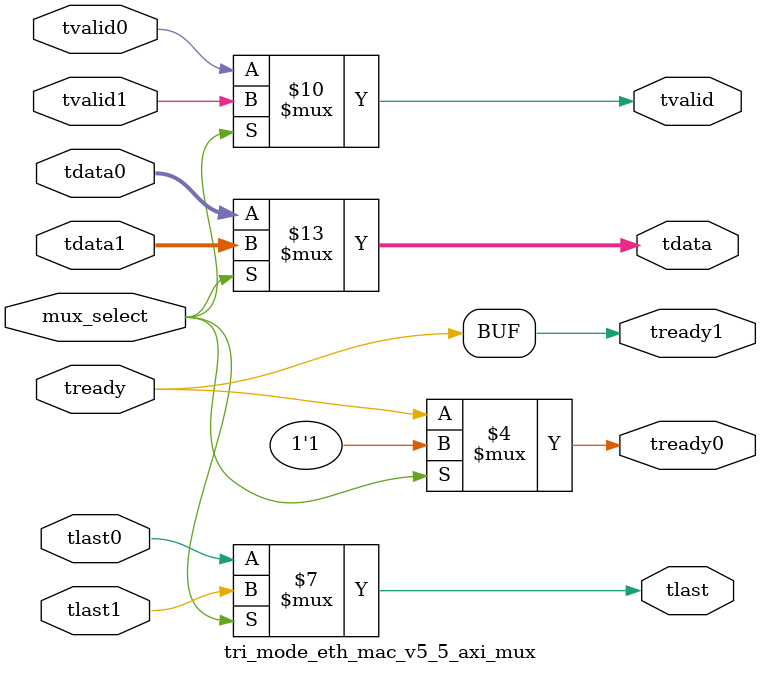
<source format=v>

`timescale 1 ps/1 ps

module tri_mode_eth_mac_v5_5_axi_mux (
   input                   mux_select,

   // mux inputs
   input       [7:0]       tdata0,
   input                   tvalid0,
   input                   tlast0,
   output reg              tready0,
   
   input       [7:0]       tdata1,
   input                   tvalid1,
   input                   tlast1,
   output reg              tready1,
   
   // mux outputs
   output reg  [7:0]       tdata,
   output reg              tvalid,
   output reg              tlast,
   input                   tready
);

always @(mux_select or tdata0 or tvalid0 or tlast0 or tdata1 or 
         tvalid1 or tlast1)
begin
   if (mux_select) begin
      tdata    = tdata1;
      tvalid   = tvalid1;
      tlast    = tlast1;
   end
   else begin
      tdata    = tdata0;
      tvalid   = tvalid0;
      tlast    = tlast0;
   end
end

always @(mux_select or tready)
begin
   if (mux_select) begin
      tready0     = 1'b1;
   end
   else begin
      tready0     = tready;
   end
   tready1     = tready;
end

endmodule

</source>
